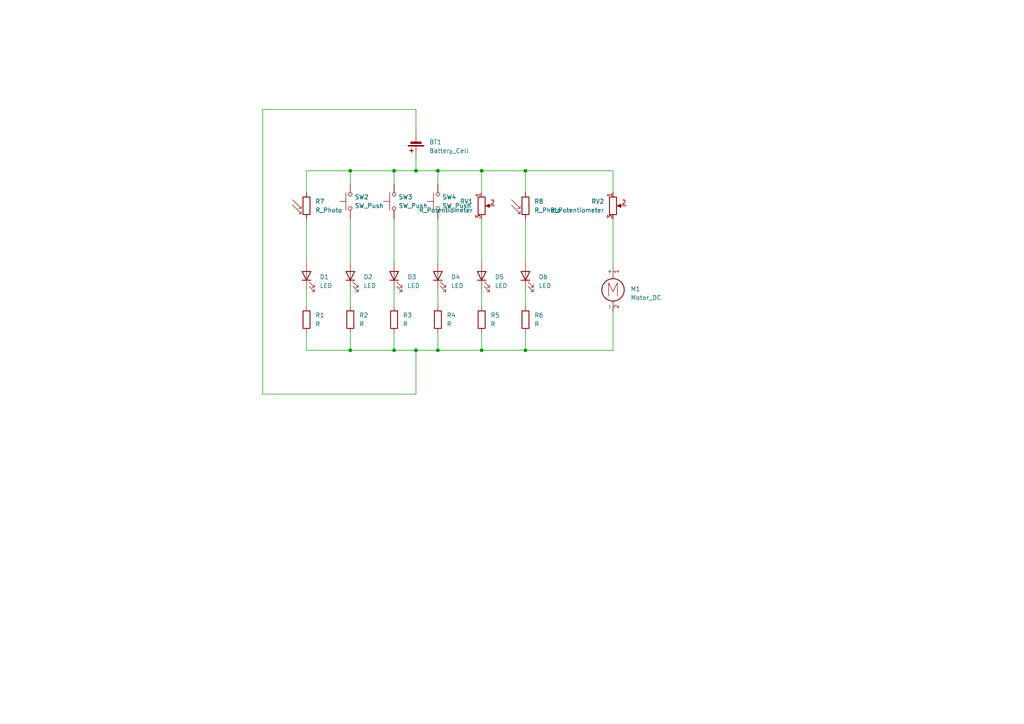
<source format=kicad_sch>
(kicad_sch (version 20250114) (generator "eeschema") (generator_version "9.0")
  (paper "A4")
  (lib_symbols
    (symbol "Device:Battery_Cell" (pin_numbers (hide yes)) (pin_names (offset 0) (hide yes))
      (property "Reference" "BT" (at 2.54 2.54 0))
      (property "Value" "Battery_Cell" (at 2.54 0 0))
      (symbol "Battery_Cell_0_1"
        (rectangle (start -2.286 1.778) (end 2.286 1.524) (fill (type outline)))
        (rectangle (start -1.524 1.016) (end 1.524 0.508) (fill (type outline)))
        (polyline (pts (xy 0 1.778) (xy 0 2.54)))
        (polyline (pts (xy 0 0.762) (xy 0 0)))
        (polyline (pts (xy 0.762 3.048) (xy 1.778 3.048)) (stroke (width 0.254)))
        (polyline (pts (xy 1.27 3.556) (xy 1.27 2.54)) (stroke (width 0.254)))
      )
      (symbol "Battery_Cell_1_1"
        (pin passive line (at 0 5.08 270) (length 2.54) (name "+") (number "1"))
        (pin passive line (at 0 -2.54 90) (length 2.54) (name "-") (number "2"))
      )
    )
    (symbol "Device:LED" (pin_numbers (hide yes)) (pin_names (offset 1.016) (hide yes))
      (property "Reference" "D" (at 0 2.54 0))
      (property "Value" "LED" (at 0 -2.54 0))
      (symbol "LED_0_1"
        (polyline (pts (xy -3.048 -0.762) (xy -4.572 -2.286) (xy -3.81 -2.286) (xy -4.572 -2.286) (xy -4.572 -1.524)))
        (polyline (pts (xy -1.778 -0.762) (xy -3.302 -2.286) (xy -2.54 -2.286) (xy -3.302 -2.286) (xy -3.302 -1.524)))
        (polyline (pts (xy -1.27 0) (xy 1.27 0)))
        (polyline (pts (xy -1.27 -1.27) (xy -1.27 1.27)) (stroke (width 0.254)))
        (polyline (pts (xy 1.27 -1.27) (xy 1.27 1.27) (xy -1.27 0) (xy 1.27 -1.27)) (stroke (width 0.254)))
      )
      (symbol "LED_1_1"
        (pin passive line (at -3.81 0 0) (length 2.54) (name "K") (number "1"))
        (pin passive line (at 3.81 0 180) (length 2.54) (name "A") (number "2"))
      )
    )
    (symbol "Device:R" (pin_numbers (hide yes)) (pin_names (offset 0))
      (property "Reference" "R" (at 2.032 0 90))
      (property "Value" "R" (at 0 0 90))
      (symbol "R_0_1"
        (rectangle (start -1.016 -2.54) (end 1.016 2.54) (stroke (width 0.254)))
      )
      (symbol "R_1_1"
        (pin passive line (at 0 3.81 270) (length 1.27) (name "~") (number "1"))
        (pin passive line (at 0 -3.81 90) (length 1.27) (name "~") (number "2"))
      )
    )
    (symbol "Device:R_Photo" (pin_numbers (hide yes)) (pin_names (offset 0))
      (property "Reference" "R" (at 1.27 1.27 0))
      (property "Value" "R_Photo" (at 1.27 0 0))
      (symbol "R_Photo_0_1"
        (polyline (pts (xy -1.524 -0.762) (xy -4.064 1.778)))
        (polyline (pts (xy -1.524 -0.762) (xy -2.286 -0.762)))
        (polyline (pts (xy -1.524 -0.762) (xy -1.524 0)))
        (polyline (pts (xy -1.524 -2.286) (xy -4.064 0.254)))
        (polyline (pts (xy -1.524 -2.286) (xy -2.286 -2.286)))
        (polyline (pts (xy -1.524 -2.286) (xy -1.524 -1.524)))
        (rectangle (start -1.016 2.54) (end 1.016 -2.54) (stroke (width 0.254)))
      )
      (symbol "R_Photo_1_1"
        (pin passive line (at 0 3.81 270) (length 1.27) (name "~") (number "1"))
        (pin passive line (at 0 -3.81 90) (length 1.27) (name "~") (number "2"))
      )
    )
    (symbol "Device:R_Potentiometer" (pin_names (offset 1.016) (hide yes))
      (property "Reference" "RV" (at -4.445 0 90))
      (property "Value" "R_Potentiometer" (at -2.54 0 90))
      (symbol "R_Potentiometer_0_1"
        (rectangle (start 1.016 2.54) (end -1.016 -2.54) (stroke (width 0.254)))
        (polyline (pts (xy 1.143 0) (xy 2.286 0.508) (xy 2.286 -0.508) (xy 1.143 0)) (fill (type outline)))
        (polyline (pts (xy 2.54 0) (xy 1.524 0)))
      )
      (symbol "R_Potentiometer_1_1"
        (pin passive line (at 0 3.81 270) (length 1.27) (name "1") (number "1"))
        (pin passive line (at 0 -3.81 90) (length 1.27) (name "3") (number "3"))
        (pin passive line (at 3.81 0 180) (length 1.27) (name "2") (number "2"))
      )
    )
    (symbol "Motor:Motor_DC" (pin_names (offset 0))
      (property "Reference" "M" (at 2.54 2.54 0))
      (property "Value" "Motor_DC" (at 2.54 -5.08 0))
      (symbol "Motor_DC_0_0"
        (polyline (pts (xy -1.27 -3.302) (xy -1.27 0.508) (xy 0 -2.032) (xy 1.27 0.508) (xy 1.27 -3.302)))
      )
      (symbol "Motor_DC_0_1"
        (polyline (pts (xy 0 2.032) (xy 0 2.54)))
        (polyline (pts (xy 0 1.7272) (xy 0 2.0828)))
        (circle (center 0 -1.524) (radius 3.2512) (stroke (width 0.254)))
        (polyline (pts (xy 0 -4.7752) (xy 0 -5.1816)))
        (polyline (pts (xy 0 -7.62) (xy 0 -7.112)))
      )
      (symbol "Motor_DC_1_1"
        (pin passive line (at 0 5.08 270) (length 2.54) (name "+") (number "1"))
        (pin passive line (at 0 -7.62 90) (length 2.54) (name "-") (number "2"))
      )
    )
    (symbol "Switch:SW_Push" (pin_numbers (hide yes)) (pin_names (offset 1.016) (hide yes))
      (property "Reference" "SW" (at 1.27 2.54 0))
      (property "Value" "SW_Push" (at 0 -1.524 0))
      (symbol "SW_Push_0_1"
        (circle (center -2.032 0) (radius 0.508))
        (polyline (pts (xy 0 1.27) (xy 0 3.048)))
        (circle (center 2.032 0) (radius 0.508))
        (polyline (pts (xy 2.54 1.27) (xy -2.54 1.27)))
        (pin passive line (at -5.08 0 0) (length 2.54) (name "1") (number "1"))
        (pin passive line (at 5.08 0 180) (length 2.54) (name "2") (number "2"))
      )
    )
  )
  (junction (at 120.65 49.53))
  (junction (at 139.7 49.53))
  (junction (at 127 49.53))
  (junction (at 101.6 49.53))
  (junction (at 120.65 101.6))
  (junction (at 114.3 49.53))
  (junction (at 101.6 101.6))
  (junction (at 127 101.6))
  (junction (at 152.4 101.6))
  (junction (at 152.4 49.53))
  (junction (at 139.7 101.6))
  (junction (at 114.3 101.6))
  (wire (pts (xy 139.7 49.53) (xy 152.4 49.53)))
  (wire (pts (xy 139.7 83.82) (xy 139.7 88.9)))
  (wire (pts (xy 114.3 63.5) (xy 114.3 76.2)))
  (wire (pts (xy 101.6 49.53) (xy 88.9 49.53)))
  (wire (pts (xy 127 49.53) (xy 127 53.34)))
  (wire (pts (xy 120.65 45.72) (xy 120.65 49.53)))
  (wire (pts (xy 177.8 49.53) (xy 177.8 55.88)))
  (wire (pts (xy 127 101.6) (xy 139.7 101.6)))
  (wire (pts (xy 152.4 83.82) (xy 152.4 88.9)))
  (wire (pts (xy 101.6 101.6) (xy 114.3 101.6)))
  (wire (pts (xy 114.3 49.53) (xy 101.6 49.53)))
  (wire (pts (xy 127 63.5) (xy 127 76.2)))
  (wire (pts (xy 101.6 63.5) (xy 101.6 76.2)))
  (wire (pts (xy 101.6 49.53) (xy 101.6 53.34)))
  (wire (pts (xy 114.3 49.53) (xy 120.65 49.53)))
  (wire (pts (xy 177.8 101.6) (xy 152.4 101.6)))
  (wire (pts (xy 120.65 31.75) (xy 76.2 31.75)))
  (wire (pts (xy 114.3 83.82) (xy 114.3 88.9)))
  (wire (pts (xy 101.6 96.52) (xy 101.6 101.6)))
  (wire (pts (xy 76.2 31.75) (xy 76.2 114.3)))
  (wire (pts (xy 177.8 90.17) (xy 177.8 101.6)))
  (wire (pts (xy 114.3 101.6) (xy 120.65 101.6)))
  (wire (pts (xy 88.9 63.5) (xy 88.9 76.2)))
  (wire (pts (xy 120.65 49.53) (xy 127 49.53)))
  (wire (pts (xy 127 83.82) (xy 127 88.9)))
  (wire (pts (xy 127 49.53) (xy 139.7 49.53)))
  (wire (pts (xy 152.4 49.53) (xy 177.8 49.53)))
  (wire (pts (xy 139.7 96.52) (xy 139.7 101.6)))
  (wire (pts (xy 114.3 96.52) (xy 114.3 101.6)))
  (wire (pts (xy 101.6 83.82) (xy 101.6 88.9)))
  (wire (pts (xy 88.9 83.82) (xy 88.9 88.9)))
  (wire (pts (xy 152.4 63.5) (xy 152.4 76.2)))
  (wire (pts (xy 152.4 96.52) (xy 152.4 101.6)))
  (wire (pts (xy 88.9 101.6) (xy 101.6 101.6)))
  (wire (pts (xy 76.2 114.3) (xy 120.65 114.3)))
  (wire (pts (xy 152.4 49.53) (xy 152.4 55.88)))
  (wire (pts (xy 139.7 101.6) (xy 152.4 101.6)))
  (wire (pts (xy 88.9 96.52) (xy 88.9 101.6)))
  (wire (pts (xy 120.65 38.1) (xy 120.65 31.75)))
  (wire (pts (xy 114.3 49.53) (xy 114.3 53.34)))
  (wire (pts (xy 139.7 63.5) (xy 139.7 76.2)))
  (wire (pts (xy 177.8 63.5) (xy 177.8 77.47)))
  (wire (pts (xy 120.65 114.3) (xy 120.65 101.6)))
  (wire (pts (xy 88.9 49.53) (xy 88.9 55.88)))
  (wire (pts (xy 120.65 101.6) (xy 127 101.6)))
  (wire (pts (xy 139.7 49.53) (xy 139.7 55.88)))
  (wire (pts (xy 127 96.52) (xy 127 101.6)))
  (symbol (lib_id "Device:R") (at 88.9 92.71 0) (unit 1)
    (property "Reference" "R1" (at 91.44 91.4399 0) (effects (justify left)))
    (property "Value" "R" (at 91.44 93.9799 0) (effects (justify left)))
    (property "Footprint" "Resistor_THT:R_Axial_DIN0207_L6.3mm_D2.5mm_P7.62mm_Horizontal" (effects (hide yes)))
    (property "Description" "Resistor" (effects (hide yes)))
  )
  (symbol (lib_id "Device:R") (at 139.7 92.71 0) (unit 1)
    (property "Reference" "R5" (at 142.24 91.4399 0) (effects (justify left)))
    (property "Value" "R" (at 142.24 93.9799 0) (effects (justify left)))
    (property "Footprint" "Resistor_THT:R_Axial_DIN0207_L6.3mm_D2.5mm_P7.62mm_Horizontal" (effects (hide yes)))
    (property "Description" "Resistor" (effects (hide yes)))
  )
  (symbol (lib_id "Device:Battery_Cell") (at 120.65 40.64 180) (unit 1)
    (property "Reference" "BT1" (at 124.46 41.2114 0) (effects (justify right)))
    (property "Value" "Battery_Cell" (at 124.46 43.7514 0) (effects (justify right)))
    (property "Footprint" "Battery:BatteryHolder_Keystone_3034_1x20mm" (effects (hide yes)))
    (property "Description" "Single-cell battery" (effects (hide yes)))
  )
  (symbol (lib_id "Device:LED") (at 101.6 80.01 90) (unit 1)
    (property "Reference" "D2" (at 105.41 80.3274 90) (effects (justify right)))
    (property "Value" "LED" (at 105.41 82.8674 90) (effects (justify right)))
    (property "Footprint" "LED_THT:LED_D5.0mm" (effects (hide yes)))
    (property "Description" "Light emitting diode" (effects (hide yes)))
    (property "Sim.Pins" "1=K 2=A" (effects (hide yes)))
  )
  (symbol (lib_id "Device:R_Photo") (at 152.4 59.69 0) (unit 1)
    (property "Reference" "R8" (at 154.94 58.4199 0) (effects (justify left)))
    (property "Value" "R_Photo" (at 154.94 60.9599 0) (effects (justify left)))
    (property "Footprint" "OptoDevice:R_LDR_5.1x4.3mm_P3.4mm_Vertical" (effects (hide yes)))
    (property "Description" "Photoresistor" (effects (hide yes)))
  )
  (symbol (lib_id "Device:R") (at 114.3 92.71 0) (unit 1)
    (property "Reference" "R3" (at 116.84 91.4399 0) (effects (justify left)))
    (property "Value" "R" (at 116.84 93.9799 0) (effects (justify left)))
    (property "Footprint" "Resistor_THT:R_Axial_DIN0207_L6.3mm_D2.5mm_P7.62mm_Horizontal" (effects (hide yes)))
    (property "Description" "Resistor" (effects (hide yes)))
  )
  (symbol (lib_id "Device:R_Potentiometer") (at 177.8 59.69 0) (unit 1)
    (property "Reference" "RV2" (at 175.26 58.4199 0) (effects (justify right)))
    (property "Value" "R_Potentiometer" (at 175.26 60.9599 0) (effects (justify right)))
    (property "Footprint" "Potentiometer_THT:Potentiometer_Vishay_T73YP_Vertical" (effects (hide yes)))
    (property "Description" "Potentiometer" (effects (hide yes)))
  )
  (symbol (lib_id "Device:LED") (at 114.3 80.01 90) (unit 1)
    (property "Reference" "D3" (at 118.11 80.3274 90) (effects (justify right)))
    (property "Value" "LED" (at 118.11 82.8674 90) (effects (justify right)))
    (property "Footprint" "LED_THT:LED_D5.0mm" (effects (hide yes)))
    (property "Description" "Light emitting diode" (effects (hide yes)))
    (property "Sim.Pins" "1=K 2=A" (effects (hide yes)))
  )
  (symbol (lib_id "Switch:SW_Push") (at 127 58.42 90) (unit 1)
    (property "Reference" "SW4" (at 128.27 57.1499 90) (effects (justify right)))
    (property "Value" "SW_Push" (at 128.27 59.6899 90) (effects (justify right)))
    (property "Footprint" "Button_Switch_THT:SW_PUSH_6mm" (effects (hide yes)))
    (property "Description" "Push button switch, generic, two pins" (effects (hide yes)))
  )
  (symbol (lib_id "Device:LED") (at 139.7 80.01 90) (unit 1)
    (property "Reference" "D5" (at 143.51 80.3274 90) (effects (justify right)))
    (property "Value" "LED" (at 143.51 82.8674 90) (effects (justify right)))
    (property "Footprint" "LED_THT:LED_D5.0mm" (effects (hide yes)))
    (property "Description" "Light emitting diode" (effects (hide yes)))
    (property "Sim.Pins" "1=K 2=A" (effects (hide yes)))
  )
  (symbol (lib_id "Switch:SW_Push") (at 101.6 58.42 90) (unit 1)
    (property "Reference" "SW2" (at 102.87 57.1499 90) (effects (justify right)))
    (property "Value" "SW_Push" (at 102.87 59.6899 90) (effects (justify right)))
    (property "Footprint" "Button_Switch_THT:SW_PUSH_6mm" (effects (hide yes)))
    (property "Description" "Push button switch, generic, two pins" (effects (hide yes)))
  )
  (symbol (lib_id "Device:LED") (at 127 80.01 90) (unit 1)
    (property "Reference" "D4" (at 130.81 80.3274 90) (effects (justify right)))
    (property "Value" "LED" (at 130.81 82.8674 90) (effects (justify right)))
    (property "Footprint" "LED_THT:LED_D5.0mm" (effects (hide yes)))
    (property "Description" "Light emitting diode" (effects (hide yes)))
    (property "Sim.Pins" "1=K 2=A" (effects (hide yes)))
  )
  (symbol (lib_id "Device:R") (at 127 92.71 0) (unit 1)
    (property "Reference" "R4" (at 129.54 91.4399 0) (effects (justify left)))
    (property "Value" "R" (at 129.54 93.9799 0) (effects (justify left)))
    (property "Footprint" "Resistor_THT:R_Axial_DIN0207_L6.3mm_D2.5mm_P7.62mm_Horizontal" (effects (hide yes)))
    (property "Description" "Resistor" (effects (hide yes)))
  )
  (symbol (lib_id "Device:R") (at 152.4 92.71 0) (unit 1)
    (property "Reference" "R6" (at 154.94 91.4399 0) (effects (justify left)))
    (property "Value" "R" (at 154.94 93.9799 0) (effects (justify left)))
    (property "Footprint" "Resistor_THT:R_Axial_DIN0207_L6.3mm_D2.5mm_P7.62mm_Horizontal" (effects (hide yes)))
    (property "Description" "Resistor" (effects (hide yes)))
  )
  (symbol (lib_id "Device:LED") (at 152.4 80.01 90) (unit 1)
    (property "Reference" "D6" (at 156.21 80.3274 90) (effects (justify right)))
    (property "Value" "LED" (at 156.21 82.8674 90) (effects (justify right)))
    (property "Footprint" "LED_THT:LED_D5.0mm" (effects (hide yes)))
    (property "Description" "Light emitting diode" (effects (hide yes)))
    (property "Sim.Pins" "1=K 2=A" (effects (hide yes)))
  )
  (symbol (lib_id "Switch:SW_Push") (at 114.3 58.42 90) (unit 1)
    (property "Reference" "SW3" (at 115.57 57.1499 90) (effects (justify right)))
    (property "Value" "SW_Push" (at 115.57 59.6899 90) (effects (justify right)))
    (property "Footprint" "Button_Switch_THT:SW_PUSH_6mm" (effects (hide yes)))
    (property "Description" "Push button switch, generic, two pins" (effects (hide yes)))
  )
  (symbol (lib_id "Device:LED") (at 88.9 80.01 90) (unit 1)
    (property "Reference" "D1" (at 92.71 80.3274 90) (effects (justify right)))
    (property "Value" "LED" (at 92.71 82.8674 90) (effects (justify right)))
    (property "Footprint" "LED_THT:LED_D5.0mm" (effects (hide yes)))
    (property "Description" "Light emitting diode" (effects (hide yes)))
    (property "Sim.Pins" "1=K 2=A" (effects (hide yes)))
  )
  (symbol (lib_id "Device:R_Potentiometer") (at 139.7 59.69 0) (unit 1)
    (property "Reference" "RV1" (at 137.16 58.4199 0) (effects (justify right)))
    (property "Value" "R_Potentiometer" (at 137.16 60.9599 0) (effects (justify right)))
    (property "Footprint" "Potentiometer_THT:Potentiometer_Vishay_T73YP_Vertical" (effects (hide yes)))
    (property "Description" "Potentiometer" (effects (hide yes)))
  )
  (symbol (lib_id "Motor:Motor_DC") (at 177.8 82.55 0) (unit 1)
    (property "Reference" "M1" (at 182.88 83.8199 0) (effects (justify left)))
    (property "Value" "Motor_DC" (at 182.88 86.3599 0) (effects (justify left)))
    (property "Footprint" "Connector_PinHeader_2.54mm:PinHeader_1x02_P2.54mm_Vertical" (effects (hide yes)))
    (property "Description" "DC Motor" (effects (hide yes)))
  )
  (symbol (lib_id "Device:R_Photo") (at 88.9 59.69 0) (unit 1)
    (property "Reference" "R7" (at 91.44 58.4199 0) (effects (justify left)))
    (property "Value" "R_Photo" (at 91.44 60.9599 0) (effects (justify left)))
    (property "Footprint" "OptoDevice:R_LDR_5.1x4.3mm_P3.4mm_Vertical" (effects (hide yes)))
    (property "Description" "Photoresistor" (effects (hide yes)))
  )
  (symbol (lib_id "Device:R") (at 101.6 92.71 0) (unit 1)
    (property "Reference" "R2" (at 104.14 91.4399 0) (effects (justify left)))
    (property "Value" "R" (at 104.14 93.9799 0) (effects (justify left)))
    (property "Footprint" "Resistor_THT:R_Axial_DIN0207_L6.3mm_D2.5mm_P7.62mm_Horizontal" (effects (hide yes)))
    (property "Description" "Resistor" (effects (hide yes)))
  )
)
</source>
